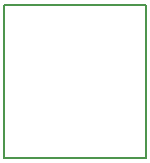
<source format=gko>
G04 DipTrace 2.4.0.2*
%INBuckboost5V.GKO*%
%MOMM*%
%ADD11C,0.14*%
%FSLAX53Y53*%
G04*
G71*
G90*
G75*
G01*
%LNBoardOutline*%
%LPD*%
X10000Y10000D2*
D11*
X22000D1*
Y23000D1*
X10000D1*
Y10000D1*
M02*

</source>
